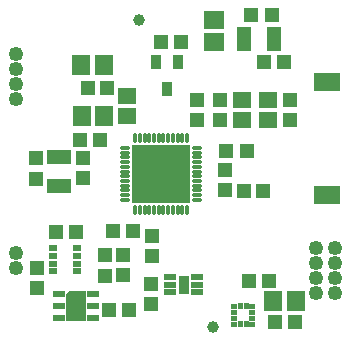
<source format=gbr>
G04 DipTrace 3.2.0.1*
G04 TopMask.gbr*
%MOIN*%
G04 #@! TF.FileFunction,Soldermask,Top*
G04 #@! TF.Part,Single*
%AMOUTLINE1*
4,1,4,
-0.022702,-0.02356,
-0.022573,0.023684,
0.022702,0.02356,
0.022573,-0.023684,
-0.022702,-0.02356,
0*%
%AMOUTLINE4*
4,1,4,
0.043229,0.031601,
0.043384,-0.031389,
-0.043229,-0.031601,
-0.043384,0.031389,
0.043229,0.031601,
0*%
%AMOUTLINE7*
4,1,5,
0.033465,-0.051181,
-0.033465,-0.051181,
-0.033465,0.039032,
-0.021316,0.051181,
0.033465,0.051181,
0.033465,-0.051181,
0*%
%ADD63C,0.03937*%
%ADD72R,0.03937X0.023622*%
%ADD74R,0.033465X0.061024*%
%ADD76R,0.03937X0.019685*%
%ADD78R,0.027559X0.021654*%
%ADD80R,0.07874X0.047244*%
%ADD82O,0.033465X0.015748*%
%ADD84O,0.015748X0.033465*%
%ADD86R,0.192913X0.192913*%
%ADD88R,0.062992X0.055118*%
%ADD90C,0.049213*%
%ADD92R,0.047244X0.07874*%
%ADD94R,0.033465X0.049213*%
%ADD96R,0.037874X0.037874*%
%ADD98R,0.045276X0.047244*%
%ADD100R,0.064961X0.055118*%
%ADD104R,0.066929X0.059055*%
%ADD108R,0.051181X0.047244*%
%ADD110R,0.047244X0.051181*%
%ADD112R,0.059055X0.066929*%
%ADD117OUTLINE1*%
%ADD120OUTLINE4*%
%ADD123OUTLINE7*%
%FSLAX26Y26*%
G04*
G70*
G90*
G75*
G01*
G04 TopMask*
%LPD*%
D112*
X-311820Y361811D3*
X-237017D3*
D110*
X75984Y180709D3*
Y247638D3*
X150394Y246850D3*
Y179921D3*
X383465Y244882D3*
Y177953D3*
D112*
X-310639Y194094D3*
X-235836D3*
D108*
X-315364Y112598D3*
X-248434D3*
X172432Y77165D3*
X239361D3*
D110*
X-306299Y-15354D3*
Y51575D3*
X-462992Y-15748D3*
Y51181D3*
X168888Y-54331D3*
Y12598D3*
D108*
X-205521Y-190157D3*
X-138592D3*
X-395669Y-192913D3*
X-328740D3*
D110*
X-459055Y-379921D3*
Y-312992D3*
X-78740Y-433858D3*
Y-366929D3*
D108*
X313780Y-357874D3*
X246850D3*
D112*
X329134Y-424409D3*
X403937D3*
D108*
X-220079Y-453150D3*
X-153150D3*
X333465Y-494882D3*
X400394D3*
D104*
X130315Y513386D3*
Y438583D3*
D63*
X-118110Y511811D3*
X127953Y-511811D3*
D117*
X-288189Y286220D3*
X-225197Y286047D3*
D100*
X-157490Y192913D3*
Y259843D3*
D98*
X231890Y-58268D3*
X294882D3*
D96*
X516929Y-66142D3*
D94*
X11417Y372835D3*
X-63386D3*
X-25984Y282283D3*
D108*
X255906Y528740D3*
X322835D3*
X-44488Y438189D3*
X22441D3*
X296850Y373228D3*
X363780D3*
D110*
X-75197Y-274016D3*
Y-207087D3*
X-173228Y-338583D3*
Y-271654D3*
X-231890Y-338976D3*
Y-272047D3*
D92*
X330315Y450000D3*
X231890D3*
D90*
X-529921Y298031D3*
Y348031D3*
Y248031D3*
Y398031D3*
D120*
X507874Y305118D3*
X508787Y-68898D3*
D88*
X310630Y180315D3*
X224016D3*
Y247244D3*
X310630D3*
D86*
X-45437Y-394D3*
D84*
X-132051Y118701D3*
X-116303D3*
X-100555D3*
X-84807D3*
X-69059D3*
X-53311D3*
X-37563D3*
X-21815D3*
X-6067D3*
X9681D3*
X25429D3*
X41177D3*
D82*
X73658Y86220D3*
Y70472D3*
Y54724D3*
Y38976D3*
Y23228D3*
Y7480D3*
Y-8268D3*
Y-24016D3*
Y-39764D3*
Y-55512D3*
Y-71260D3*
Y-87008D3*
D84*
X41177Y-119488D3*
X25429D3*
X9681D3*
X-6067D3*
X-21815D3*
X-37563D3*
X-53311D3*
X-69059D3*
X-84807D3*
X-100555D3*
X-116303D3*
X-132051D3*
D82*
X-164531Y-87008D3*
Y-71260D3*
Y-55512D3*
Y-39764D3*
Y-24016D3*
Y-8268D3*
Y7480D3*
Y23228D3*
Y38976D3*
Y54724D3*
Y70472D3*
Y86220D3*
D80*
X-384252Y56693D3*
Y-41732D3*
D90*
X532677Y-346457D3*
Y-296457D3*
Y-396457D3*
Y-246457D3*
X471260Y-346850D3*
Y-296850D3*
Y-396850D3*
Y-246850D3*
D78*
X-404724Y-274016D3*
Y-299606D3*
X-324016D3*
Y-274016D3*
X-404724Y-248425D3*
Y-325197D3*
X-324016D3*
Y-248425D3*
D90*
X-529134Y-315354D3*
Y-265354D3*
D76*
X74803Y-395276D3*
Y-369685D3*
Y-344094D3*
X-15748D3*
Y-369685D3*
Y-395276D3*
D74*
X29528Y-369685D3*
D72*
X-272441Y-400787D3*
Y-440157D3*
Y-479528D3*
X-386614Y-400787D3*
Y-440157D3*
Y-479528D3*
D123*
X-329528Y-440157D3*
G36*
X188175Y-449997D2*
X208662D1*
Y-433466D1*
X188175D1*
Y-449997D1*
G37*
G36*
X188156Y-469685D2*
X208662D1*
Y-453146D1*
X188156D1*
Y-469685D1*
G37*
G36*
X188175Y-489374D2*
X208662D1*
Y-472834D1*
X188175D1*
Y-489374D1*
G37*
G36*
X188156Y-509088D2*
X208662D1*
Y-492514D1*
X188156D1*
Y-509088D1*
G37*
G36*
X248246Y-449988D2*
X268703D1*
Y-433466D1*
X248246D1*
Y-449988D1*
G37*
G36*
X248236Y-469685D2*
X268703D1*
Y-453146D1*
X248236D1*
Y-469685D1*
G37*
G36*
X248265Y-489408D2*
X268703D1*
Y-472834D1*
X248265D1*
Y-489408D1*
G37*
G36*
X248236Y-509054D2*
X268703D1*
Y-492514D1*
X248236D1*
Y-509054D1*
G37*
G36*
X210237Y-451571D2*
X226771D1*
Y-431104D1*
X210237D1*
Y-451571D1*
G37*
G36*
X229921Y-451554D2*
X246455D1*
Y-431104D1*
X229921D1*
Y-451554D1*
G37*
G36*
X210237Y-511416D2*
X226771D1*
Y-490940D1*
X210237D1*
Y-511416D1*
G37*
G36*
X229921Y-511433D2*
X246455D1*
Y-490940D1*
X229921D1*
Y-511433D1*
G37*
M02*

</source>
